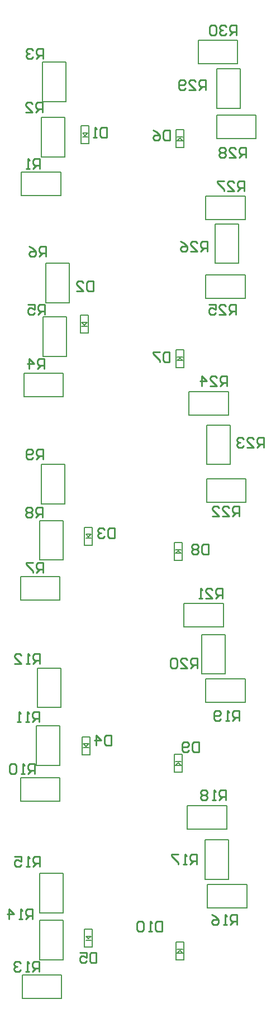
<source format=gbo>
%FSLAX23Y23*%
%MOIN*%
G70*
G01*
G75*
G04 Layer_Color=16711935*
%ADD10C,0.031*%
%ADD11C,0.197*%
%ADD12C,0.236*%
%ADD13C,0.165*%
%ADD14C,0.157*%
%ADD15C,0.059*%
%ADD16R,0.059X0.059*%
G04:AMPARAMS|DCode=17|XSize=236mil|YSize=236mil|CornerRadius=59mil|HoleSize=0mil|Usage=FLASHONLY|Rotation=0.000|XOffset=0mil|YOffset=0mil|HoleType=Round|Shape=RoundedRectangle|*
%AMROUNDEDRECTD17*
21,1,0.236,0.118,0,0,0.0*
21,1,0.118,0.236,0,0,0.0*
1,1,0.118,0.059,-0.059*
1,1,0.118,-0.059,-0.059*
1,1,0.118,-0.059,0.059*
1,1,0.118,0.059,0.059*
%
%ADD17ROUNDEDRECTD17*%
%ADD18C,0.157*%
G04:AMPARAMS|DCode=19|XSize=236mil|YSize=236mil|CornerRadius=59mil|HoleSize=0mil|Usage=FLASHONLY|Rotation=270.000|XOffset=0mil|YOffset=0mil|HoleType=Round|Shape=RoundedRectangle|*
%AMROUNDEDRECTD19*
21,1,0.236,0.118,0,0,270.0*
21,1,0.118,0.236,0,0,270.0*
1,1,0.118,-0.059,-0.059*
1,1,0.118,-0.059,0.059*
1,1,0.118,0.059,0.059*
1,1,0.118,0.059,-0.059*
%
%ADD19ROUNDEDRECTD19*%
%ADD20C,0.079*%
%ADD21C,0.050*%
%ADD22C,0.079*%
%ADD23C,0.039*%
%ADD24C,0.071*%
%ADD25C,0.059*%
%ADD26R,0.031X0.024*%
%ADD27R,0.060X0.100*%
%ADD28R,0.100X0.060*%
%ADD29C,0.118*%
%ADD30C,0.008*%
%ADD31C,0.010*%
%ADD32C,0.006*%
%ADD33C,0.067*%
%ADD34R,0.067X0.067*%
G04:AMPARAMS|DCode=35|XSize=244mil|YSize=244mil|CornerRadius=63mil|HoleSize=0mil|Usage=FLASHONLY|Rotation=0.000|XOffset=0mil|YOffset=0mil|HoleType=Round|Shape=RoundedRectangle|*
%AMROUNDEDRECTD35*
21,1,0.244,0.118,0,0,0.0*
21,1,0.118,0.244,0,0,0.0*
1,1,0.126,0.059,-0.059*
1,1,0.126,-0.059,-0.059*
1,1,0.126,-0.059,0.059*
1,1,0.126,0.059,0.059*
%
%ADD35ROUNDEDRECTD35*%
%ADD36C,0.165*%
G04:AMPARAMS|DCode=37|XSize=244mil|YSize=244mil|CornerRadius=63mil|HoleSize=0mil|Usage=FLASHONLY|Rotation=270.000|XOffset=0mil|YOffset=0mil|HoleType=Round|Shape=RoundedRectangle|*
%AMROUNDEDRECTD37*
21,1,0.244,0.118,0,0,270.0*
21,1,0.118,0.244,0,0,270.0*
1,1,0.126,-0.059,-0.059*
1,1,0.126,-0.059,0.059*
1,1,0.126,0.059,0.059*
1,1,0.126,0.059,-0.059*
%
%ADD37ROUNDEDRECTD37*%
%ADD38C,0.087*%
%ADD39C,0.008*%
%ADD40C,0.058*%
%ADD41R,0.039X0.032*%
%ADD42R,0.068X0.108*%
%ADD43R,0.108X0.068*%
%ADD44C,0.005*%
D31*
X1807Y5741D02*
Y5681D01*
X1777D01*
X1767Y5691D01*
Y5731D01*
X1777Y5741D01*
X1807D01*
X1747Y5681D02*
X1727D01*
X1737D01*
Y5741D01*
X1747Y5731D01*
X1725Y4825D02*
Y4765D01*
X1695D01*
X1685Y4775D01*
Y4815D01*
X1695Y4825D01*
X1725D01*
X1625Y4765D02*
X1665D01*
X1625Y4805D01*
Y4815D01*
X1635Y4825D01*
X1655D01*
X1665Y4815D01*
X1852Y3351D02*
Y3291D01*
X1822D01*
X1812Y3301D01*
Y3341D01*
X1822Y3351D01*
X1852D01*
X1792Y3341D02*
X1782Y3351D01*
X1762D01*
X1752Y3341D01*
Y3331D01*
X1762Y3321D01*
X1772D01*
X1762D01*
X1752Y3311D01*
Y3301D01*
X1762Y3291D01*
X1782D01*
X1792Y3301D01*
X1832Y2116D02*
Y2056D01*
X1802D01*
X1792Y2066D01*
Y2106D01*
X1802Y2116D01*
X1832D01*
X1742Y2056D02*
Y2116D01*
X1772Y2086D01*
X1732D01*
X1744Y818D02*
Y758D01*
X1714D01*
X1705Y768D01*
Y808D01*
X1714Y818D01*
X1744D01*
X1645D02*
X1685D01*
Y788D01*
X1665Y798D01*
X1655D01*
X1645Y788D01*
Y768D01*
X1655Y758D01*
X1675D01*
X1685Y768D01*
X2182Y5726D02*
Y5666D01*
X2152D01*
X2142Y5676D01*
Y5716D01*
X2152Y5726D01*
X2182D01*
X2082D02*
X2102Y5716D01*
X2122Y5696D01*
Y5676D01*
X2112Y5666D01*
X2092D01*
X2082Y5676D01*
Y5686D01*
X2092Y5696D01*
X2122D01*
X2181Y4401D02*
Y4341D01*
X2152D01*
X2142Y4351D01*
Y4391D01*
X2152Y4401D01*
X2181D01*
X2122D02*
X2082D01*
Y4391D01*
X2122Y4351D01*
Y4341D01*
X2412Y3256D02*
Y3196D01*
X2382D01*
X2372Y3206D01*
Y3246D01*
X2382Y3256D01*
X2412D01*
X2352Y3246D02*
X2342Y3256D01*
X2322D01*
X2312Y3246D01*
Y3236D01*
X2322Y3226D01*
X2312Y3216D01*
Y3206D01*
X2322Y3196D01*
X2342D01*
X2352Y3206D01*
Y3216D01*
X2342Y3226D01*
X2352Y3236D01*
Y3246D01*
X2342Y3226D02*
X2322D01*
X2357Y2076D02*
Y2016D01*
X2327D01*
X2317Y2026D01*
Y2066D01*
X2327Y2076D01*
X2357D01*
X2297Y2026D02*
X2287Y2016D01*
X2267D01*
X2257Y2026D01*
Y2066D01*
X2267Y2076D01*
X2287D01*
X2297Y2066D01*
Y2056D01*
X2287Y2046D01*
X2257D01*
X2137Y1006D02*
Y946D01*
X2107D01*
X2097Y956D01*
Y996D01*
X2107Y1006D01*
X2137D01*
X2077Y946D02*
X2057D01*
X2067D01*
Y1006D01*
X2077Y996D01*
X2027D02*
X2017Y1006D01*
X1997D01*
X1987Y996D01*
Y956D01*
X1997Y946D01*
X2017D01*
X2027Y956D01*
Y996D01*
X1407Y5496D02*
Y5556D01*
X1377D01*
X1367Y5546D01*
Y5526D01*
X1377Y5516D01*
X1407D01*
X1387D02*
X1367Y5496D01*
X1347D02*
X1327D01*
X1337D01*
Y5556D01*
X1347Y5546D01*
X1422Y5831D02*
Y5891D01*
X1392D01*
X1382Y5881D01*
Y5861D01*
X1392Y5851D01*
X1422D01*
X1402D02*
X1382Y5831D01*
X1322D02*
X1362D01*
X1322Y5871D01*
Y5881D01*
X1332Y5891D01*
X1352D01*
X1362Y5881D01*
X1427Y6151D02*
Y6211D01*
X1397D01*
X1387Y6201D01*
Y6181D01*
X1397Y6171D01*
X1427D01*
X1407D02*
X1387Y6151D01*
X1367Y6201D02*
X1357Y6211D01*
X1337D01*
X1327Y6201D01*
Y6191D01*
X1337Y6181D01*
X1347D01*
X1337D01*
X1327Y6171D01*
Y6161D01*
X1337Y6151D01*
X1357D01*
X1367Y6161D01*
X1432Y4301D02*
Y4361D01*
X1402D01*
X1392Y4351D01*
Y4331D01*
X1402Y4321D01*
X1432D01*
X1412D02*
X1392Y4301D01*
X1342D02*
Y4361D01*
X1372Y4331D01*
X1332D01*
X1437Y4626D02*
Y4686D01*
X1407D01*
X1397Y4676D01*
Y4656D01*
X1407Y4646D01*
X1437D01*
X1417D02*
X1397Y4626D01*
X1337Y4686D02*
X1377D01*
Y4656D01*
X1357Y4666D01*
X1347D01*
X1337Y4656D01*
Y4636D01*
X1347Y4626D01*
X1367D01*
X1377Y4636D01*
X1442Y4971D02*
Y5031D01*
X1412D01*
X1402Y5021D01*
Y5001D01*
X1412Y4991D01*
X1442D01*
X1422D02*
X1402Y4971D01*
X1342Y5031D02*
X1362Y5021D01*
X1382Y5001D01*
Y4981D01*
X1372Y4971D01*
X1352D01*
X1342Y4981D01*
Y4991D01*
X1352Y5001D01*
X1382D01*
X1427Y3086D02*
Y3146D01*
X1397D01*
X1387Y3136D01*
Y3116D01*
X1397Y3106D01*
X1427D01*
X1407D02*
X1387Y3086D01*
X1367Y3146D02*
X1327D01*
Y3136D01*
X1367Y3096D01*
Y3086D01*
X1422Y3416D02*
Y3476D01*
X1392D01*
X1382Y3466D01*
Y3446D01*
X1392Y3436D01*
X1422D01*
X1402D02*
X1382Y3416D01*
X1362Y3466D02*
X1352Y3476D01*
X1332D01*
X1322Y3466D01*
Y3456D01*
X1332Y3446D01*
X1322Y3436D01*
Y3426D01*
X1332Y3416D01*
X1352D01*
X1362Y3426D01*
Y3436D01*
X1352Y3446D01*
X1362Y3456D01*
Y3466D01*
X1352Y3446D02*
X1332D01*
X1427Y3761D02*
Y3821D01*
X1397D01*
X1387Y3811D01*
Y3791D01*
X1397Y3781D01*
X1427D01*
X1407D02*
X1387Y3761D01*
X1367Y3771D02*
X1357Y3761D01*
X1337D01*
X1327Y3771D01*
Y3811D01*
X1337Y3821D01*
X1357D01*
X1367Y3811D01*
Y3801D01*
X1357Y3791D01*
X1327D01*
X1377Y1886D02*
Y1946D01*
X1347D01*
X1337Y1936D01*
Y1916D01*
X1347Y1906D01*
X1377D01*
X1357D02*
X1337Y1886D01*
X1317D02*
X1297D01*
X1307D01*
Y1946D01*
X1317Y1936D01*
X1267D02*
X1257Y1946D01*
X1237D01*
X1227Y1936D01*
Y1896D01*
X1237Y1886D01*
X1257D01*
X1267Y1896D01*
Y1936D01*
X1402Y2196D02*
Y2256D01*
X1372D01*
X1362Y2246D01*
Y2226D01*
X1372Y2216D01*
X1402D01*
X1382D02*
X1362Y2196D01*
X1342D02*
X1322D01*
X1332D01*
Y2256D01*
X1342Y2246D01*
X1292Y2196D02*
X1272D01*
X1282D01*
Y2256D01*
X1292Y2246D01*
X1407Y2541D02*
Y2601D01*
X1377D01*
X1367Y2591D01*
Y2571D01*
X1377Y2561D01*
X1407D01*
X1387D02*
X1367Y2541D01*
X1347D02*
X1327D01*
X1337D01*
Y2601D01*
X1347Y2591D01*
X1257Y2541D02*
X1297D01*
X1257Y2581D01*
Y2591D01*
X1267Y2601D01*
X1287D01*
X1297Y2591D01*
X1402Y706D02*
Y766D01*
X1372D01*
X1362Y756D01*
Y736D01*
X1372Y726D01*
X1402D01*
X1382D02*
X1362Y706D01*
X1342D02*
X1322D01*
X1332D01*
Y766D01*
X1342Y756D01*
X1292D02*
X1282Y766D01*
X1262D01*
X1252Y756D01*
Y746D01*
X1262Y736D01*
X1272D01*
X1262D01*
X1252Y726D01*
Y716D01*
X1262Y706D01*
X1282D01*
X1292Y716D01*
X1363Y1017D02*
Y1077D01*
X1333D01*
X1323Y1067D01*
Y1047D01*
X1333Y1037D01*
X1363D01*
X1343D02*
X1323Y1017D01*
X1303D02*
X1283D01*
X1293D01*
Y1077D01*
X1303Y1067D01*
X1223Y1017D02*
Y1077D01*
X1253Y1047D01*
X1213D01*
X1407Y1331D02*
Y1391D01*
X1377D01*
X1367Y1381D01*
Y1361D01*
X1377Y1351D01*
X1407D01*
X1387D02*
X1367Y1331D01*
X1347D02*
X1327D01*
X1337D01*
Y1391D01*
X1347Y1381D01*
X1257Y1391D02*
X1297D01*
Y1361D01*
X1277Y1371D01*
X1267D01*
X1257Y1361D01*
Y1341D01*
X1267Y1331D01*
X1287D01*
X1297Y1341D01*
X2637Y5561D02*
Y5621D01*
X2607D01*
X2597Y5611D01*
Y5591D01*
X2607Y5581D01*
X2637D01*
X2617D02*
X2597Y5561D01*
X2537D02*
X2577D01*
X2537Y5601D01*
Y5611D01*
X2547Y5621D01*
X2567D01*
X2577Y5611D01*
X2517D02*
X2507Y5621D01*
X2487D01*
X2477Y5611D01*
Y5601D01*
X2487Y5591D01*
X2477Y5581D01*
Y5571D01*
X2487Y5561D01*
X2507D01*
X2517Y5571D01*
Y5581D01*
X2507Y5591D01*
X2517Y5601D01*
Y5611D01*
X2507Y5591D02*
X2487D01*
X2397Y5966D02*
Y6026D01*
X2367D01*
X2357Y6016D01*
Y5996D01*
X2367Y5986D01*
X2397D01*
X2377D02*
X2357Y5966D01*
X2297D02*
X2337D01*
X2297Y6006D01*
Y6016D01*
X2307Y6026D01*
X2327D01*
X2337Y6016D01*
X2277Y5976D02*
X2267Y5966D01*
X2247D01*
X2237Y5976D01*
Y6016D01*
X2247Y6026D01*
X2267D01*
X2277Y6016D01*
Y6006D01*
X2267Y5996D01*
X2237D01*
X2580Y6293D02*
Y6353D01*
X2550D01*
X2540Y6343D01*
Y6323D01*
X2550Y6313D01*
X2580D01*
X2560D02*
X2540Y6293D01*
X2520Y6343D02*
X2510Y6353D01*
X2490D01*
X2480Y6343D01*
Y6333D01*
X2490Y6323D01*
X2500D01*
X2490D01*
X2480Y6313D01*
Y6303D01*
X2490Y6293D01*
X2510D01*
X2520Y6303D01*
X2460Y6343D02*
X2450Y6353D01*
X2430D01*
X2420Y6343D01*
Y6303D01*
X2430Y6293D01*
X2450D01*
X2460Y6303D01*
Y6343D01*
X2577Y4626D02*
Y4686D01*
X2547D01*
X2537Y4676D01*
Y4656D01*
X2547Y4646D01*
X2577D01*
X2557D02*
X2537Y4626D01*
X2477D02*
X2517D01*
X2477Y4666D01*
Y4676D01*
X2487Y4686D01*
X2507D01*
X2517Y4676D01*
X2417Y4686D02*
X2457D01*
Y4656D01*
X2437Y4666D01*
X2427D01*
X2417Y4656D01*
Y4636D01*
X2427Y4626D01*
X2447D01*
X2457Y4636D01*
X2407Y5001D02*
Y5061D01*
X2377D01*
X2367Y5051D01*
Y5031D01*
X2377Y5021D01*
X2407D01*
X2387D02*
X2367Y5001D01*
X2307D02*
X2347D01*
X2307Y5041D01*
Y5051D01*
X2317Y5061D01*
X2337D01*
X2347Y5051D01*
X2247Y5061D02*
X2267Y5051D01*
X2287Y5031D01*
Y5011D01*
X2277Y5001D01*
X2257D01*
X2247Y5011D01*
Y5021D01*
X2257Y5031D01*
X2287D01*
X2625Y5363D02*
Y5423D01*
X2595D01*
X2585Y5413D01*
Y5393D01*
X2595Y5383D01*
X2625D01*
X2605D02*
X2585Y5363D01*
X2525D02*
X2565D01*
X2525Y5403D01*
Y5413D01*
X2535Y5423D01*
X2555D01*
X2565Y5413D01*
X2505Y5423D02*
X2465D01*
Y5413D01*
X2505Y5373D01*
Y5363D01*
X2597Y3421D02*
Y3481D01*
X2567D01*
X2557Y3471D01*
Y3451D01*
X2567Y3441D01*
X2597D01*
X2577D02*
X2557Y3421D01*
X2497D02*
X2537D01*
X2497Y3461D01*
Y3471D01*
X2507Y3481D01*
X2527D01*
X2537Y3471D01*
X2437Y3421D02*
X2477D01*
X2437Y3461D01*
Y3471D01*
X2447Y3481D01*
X2467D01*
X2477Y3471D01*
X2742Y3831D02*
Y3891D01*
X2712D01*
X2702Y3881D01*
Y3861D01*
X2712Y3851D01*
X2742D01*
X2722D02*
X2702Y3831D01*
X2642D02*
X2682D01*
X2642Y3871D01*
Y3881D01*
X2652Y3891D01*
X2672D01*
X2682Y3881D01*
X2622D02*
X2612Y3891D01*
X2592D01*
X2582Y3881D01*
Y3871D01*
X2592Y3861D01*
X2602D01*
X2592D01*
X2582Y3851D01*
Y3841D01*
X2592Y3831D01*
X2612D01*
X2622Y3841D01*
X2524Y4199D02*
Y4259D01*
X2494D01*
X2484Y4249D01*
Y4229D01*
X2494Y4219D01*
X2524D01*
X2504D02*
X2484Y4199D01*
X2424D02*
X2464D01*
X2424Y4239D01*
Y4249D01*
X2434Y4259D01*
X2454D01*
X2464Y4249D01*
X2374Y4199D02*
Y4259D01*
X2404Y4229D01*
X2364D01*
X2597Y2201D02*
Y2261D01*
X2567D01*
X2557Y2251D01*
Y2231D01*
X2567Y2221D01*
X2597D01*
X2577D02*
X2557Y2201D01*
X2537D02*
X2517D01*
X2527D01*
Y2261D01*
X2537Y2251D01*
X2487Y2211D02*
X2477Y2201D01*
X2457D01*
X2447Y2211D01*
Y2251D01*
X2457Y2261D01*
X2477D01*
X2487Y2251D01*
Y2241D01*
X2477Y2231D01*
X2447D01*
X2347Y2516D02*
Y2576D01*
X2317D01*
X2307Y2566D01*
Y2546D01*
X2317Y2536D01*
X2347D01*
X2327D02*
X2307Y2516D01*
X2247D02*
X2287D01*
X2247Y2556D01*
Y2566D01*
X2257Y2576D01*
X2277D01*
X2287Y2566D01*
X2227D02*
X2217Y2576D01*
X2197D01*
X2187Y2566D01*
Y2526D01*
X2197Y2516D01*
X2217D01*
X2227Y2526D01*
Y2566D01*
X2495Y2933D02*
Y2993D01*
X2465D01*
X2455Y2983D01*
Y2963D01*
X2465Y2953D01*
X2495D01*
X2475D02*
X2455Y2933D01*
X2395D02*
X2435D01*
X2395Y2973D01*
Y2983D01*
X2405Y2993D01*
X2425D01*
X2435Y2983D01*
X2375Y2933D02*
X2355D01*
X2365D01*
Y2993D01*
X2375Y2983D01*
X2582Y986D02*
Y1046D01*
X2552D01*
X2542Y1036D01*
Y1016D01*
X2552Y1006D01*
X2582D01*
X2562D02*
X2542Y986D01*
X2522D02*
X2502D01*
X2512D01*
Y1046D01*
X2522Y1036D01*
X2432Y1046D02*
X2452Y1036D01*
X2472Y1016D01*
Y996D01*
X2462Y986D01*
X2442D01*
X2432Y996D01*
Y1006D01*
X2442Y1016D01*
X2472D01*
X2342Y1346D02*
Y1406D01*
X2312D01*
X2302Y1396D01*
Y1376D01*
X2312Y1366D01*
X2342D01*
X2322D02*
X2302Y1346D01*
X2282D02*
X2262D01*
X2272D01*
Y1406D01*
X2282Y1396D01*
X2232Y1406D02*
X2192D01*
Y1396D01*
X2232Y1356D01*
Y1346D01*
X2515Y1729D02*
Y1789D01*
X2485D01*
X2475Y1779D01*
Y1759D01*
X2485Y1749D01*
X2515D01*
X2495D02*
X2475Y1729D01*
X2455D02*
X2435D01*
X2445D01*
Y1789D01*
X2455Y1779D01*
X2405D02*
X2395Y1789D01*
X2375D01*
X2365Y1779D01*
Y1769D01*
X2375Y1759D01*
X2365Y1749D01*
Y1739D01*
X2375Y1729D01*
X2395D01*
X2405Y1739D01*
Y1749D01*
X2395Y1759D01*
X2405Y1769D01*
Y1779D01*
X2395Y1759D02*
X2375D01*
D32*
X2219Y880D02*
X2266D01*
X2219Y774D02*
Y880D01*
Y774D02*
X2266D01*
Y880D01*
X2227Y815D02*
X2242Y831D01*
X2227Y815D02*
X2258D01*
X2242Y831D02*
X2258Y815D01*
X2226Y838D02*
X2258D01*
X1674Y851D02*
X1721D01*
Y957D01*
X1674D02*
X1721D01*
X1674Y851D02*
Y957D01*
X1697Y900D02*
X1713Y916D01*
X1682D02*
X1713D01*
X1682D02*
X1697Y900D01*
X1682Y893D02*
X1713D01*
X2209Y2000D02*
X2256D01*
X2209Y1894D02*
Y2000D01*
Y1894D02*
X2256D01*
Y2000D01*
X2217Y1935D02*
X2232Y1951D01*
X2217Y1935D02*
X2248D01*
X2232Y1951D02*
X2248Y1935D01*
X2216Y1958D02*
X2248D01*
X1659Y1999D02*
X1706D01*
Y2105D01*
X1659D02*
X1706D01*
X1659Y1999D02*
Y2105D01*
X1682Y2048D02*
X1698Y2064D01*
X1667Y2064D02*
X1698Y2064D01*
X1667Y2064D02*
X1682Y2048D01*
X1667Y2041D02*
X1698D01*
X2209Y3265D02*
X2256D01*
X2209Y3159D02*
Y3265D01*
Y3159D02*
X2256D01*
Y3265D01*
X2217Y3200D02*
X2232Y3216D01*
X2217Y3200D02*
X2248D01*
X2232Y3216D02*
X2248Y3200D01*
X2216Y3223D02*
X2248D01*
X1674Y3249D02*
X1721D01*
Y3355D01*
X1674D02*
X1721D01*
X1674Y3249D02*
Y3355D01*
X1697Y3298D02*
X1713Y3314D01*
X1682Y3314D02*
X1713Y3314D01*
X1682Y3314D02*
X1697Y3298D01*
X1682Y3291D02*
X1713D01*
X2219Y4415D02*
X2266D01*
X2219Y4309D02*
Y4415D01*
Y4309D02*
X2266D01*
Y4415D01*
X2227Y4350D02*
X2242Y4366D01*
X2227Y4350D02*
X2258D01*
X2242Y4366D02*
X2258Y4350D01*
X2226Y4373D02*
X2258D01*
X1649Y4514D02*
X1696D01*
Y4620D01*
X1649D02*
X1696D01*
X1649Y4514D02*
Y4620D01*
X1672Y4563D02*
X1688Y4579D01*
X1657Y4579D02*
X1688Y4579D01*
X1657Y4579D02*
X1672Y4563D01*
X1657Y4556D02*
X1688D01*
X2219Y5727D02*
X2266D01*
X2219Y5621D02*
Y5727D01*
Y5621D02*
X2266D01*
Y5727D01*
X2227Y5662D02*
X2242Y5678D01*
X2227Y5662D02*
X2258Y5662D01*
X2242Y5678D02*
X2258Y5662D01*
X2226Y5685D02*
X2258D01*
X1654Y5644D02*
X1701D01*
Y5750D01*
X1654D02*
X1701D01*
X1654Y5644D02*
Y5750D01*
X1677Y5693D02*
X1693Y5709D01*
X1662Y5709D02*
X1693Y5709D01*
X1662Y5709D02*
X1677Y5693D01*
X1662Y5686D02*
X1693D01*
D44*
X2397Y5331D02*
X2632D01*
X2397Y5191D02*
X2632D01*
X2397D02*
Y5331D01*
X2632Y5191D02*
Y5331D01*
X2352Y6261D02*
X2587D01*
X2352Y6121D02*
X2587D01*
X2352D02*
Y6261D01*
X2587Y6121D02*
Y6261D01*
X2287Y1696D02*
X2522D01*
X2287Y1556D02*
X2522D01*
X2287D02*
Y1696D01*
X2522Y1556D02*
Y1696D01*
X2267Y2901D02*
X2502D01*
X2267Y2761D02*
X2502D01*
X2267D02*
Y2901D01*
X2502Y2761D02*
Y2901D01*
X2297Y4166D02*
X2532D01*
X2297Y4026D02*
X2532D01*
X2297D02*
Y4166D01*
X2532Y4026D02*
Y4166D01*
X1562Y5896D02*
Y6131D01*
X1422Y5896D02*
Y6131D01*
X1562D01*
X1422Y5896D02*
X1562D01*
X1557Y5566D02*
Y5801D01*
X1417Y5566D02*
Y5801D01*
X1557D01*
X1417Y5566D02*
X1557D01*
X1297Y5336D02*
X1532D01*
X1297Y5476D02*
X1532D01*
Y5336D02*
Y5476D01*
X1297Y5336D02*
Y5476D01*
X1582Y4696D02*
Y4931D01*
X1442Y4696D02*
Y4931D01*
X1582D01*
X1442Y4696D02*
X1582D01*
X1567Y4376D02*
Y4611D01*
X1427Y4376D02*
Y4611D01*
X1567D01*
X1427Y4376D02*
X1567D01*
X1312Y4136D02*
X1547D01*
X1312Y4276D02*
X1547D01*
Y4136D02*
Y4276D01*
X1312Y4136D02*
Y4276D01*
X1557Y3496D02*
Y3731D01*
X1417Y3496D02*
Y3731D01*
X1557D01*
X1417Y3496D02*
X1557D01*
X1547Y3161D02*
Y3396D01*
X1407Y3161D02*
Y3396D01*
X1547D01*
X1407Y3161D02*
X1547D01*
X1292Y2921D02*
X1527D01*
X1292Y3061D02*
X1527D01*
Y2921D02*
Y3061D01*
X1292Y2921D02*
Y3061D01*
X1532Y2281D02*
Y2516D01*
X1392Y2281D02*
Y2516D01*
X1532D01*
X1392Y2281D02*
X1532D01*
X1527Y1936D02*
Y2171D01*
X1387Y1936D02*
Y2171D01*
X1527D01*
X1387Y1936D02*
X1527D01*
X1292Y1721D02*
X1527D01*
X1292Y1861D02*
X1527D01*
Y1721D02*
Y1861D01*
X1292Y1721D02*
Y1861D01*
X1547Y1056D02*
Y1291D01*
X1407Y1056D02*
Y1291D01*
X1547D01*
X1407Y1056D02*
X1547D01*
Y776D02*
Y1011D01*
X1407Y776D02*
Y1011D01*
X1547D01*
X1407Y776D02*
X1547D01*
X1302Y546D02*
X1537D01*
X1302Y686D02*
X1537D01*
Y546D02*
Y686D01*
X1302Y546D02*
Y686D01*
X2407Y1226D02*
X2642D01*
X2407Y1086D02*
X2642D01*
X2407D02*
Y1226D01*
X2642Y1086D02*
Y1226D01*
X2532Y1256D02*
Y1491D01*
X2392Y1256D02*
Y1491D01*
X2532D01*
X2392Y1256D02*
X2532D01*
X2397Y2451D02*
X2632D01*
X2397Y2311D02*
X2632D01*
X2397D02*
Y2451D01*
X2632Y2311D02*
Y2451D01*
X2512Y2481D02*
Y2716D01*
X2372Y2481D02*
Y2716D01*
X2512D01*
X2372Y2481D02*
X2512D01*
X2402Y3646D02*
X2637D01*
X2402Y3506D02*
X2637D01*
X2402D02*
Y3646D01*
X2637Y3506D02*
Y3646D01*
X2542Y3731D02*
Y3966D01*
X2402Y3731D02*
Y3966D01*
X2542D01*
X2402Y3731D02*
X2542D01*
X2397Y4861D02*
X2632D01*
X2397Y4721D02*
X2632D01*
X2397D02*
Y4861D01*
X2632Y4721D02*
Y4861D01*
X2592Y4931D02*
Y5166D01*
X2452Y4931D02*
Y5166D01*
X2592D01*
X2452Y4931D02*
X2592D01*
X2462Y5816D02*
X2697D01*
X2462Y5676D02*
X2697D01*
X2462D02*
Y5816D01*
X2697Y5676D02*
Y5816D01*
X2602Y5856D02*
Y6091D01*
X2462Y5856D02*
Y6091D01*
X2602D01*
X2462Y5856D02*
X2602D01*
M02*

</source>
